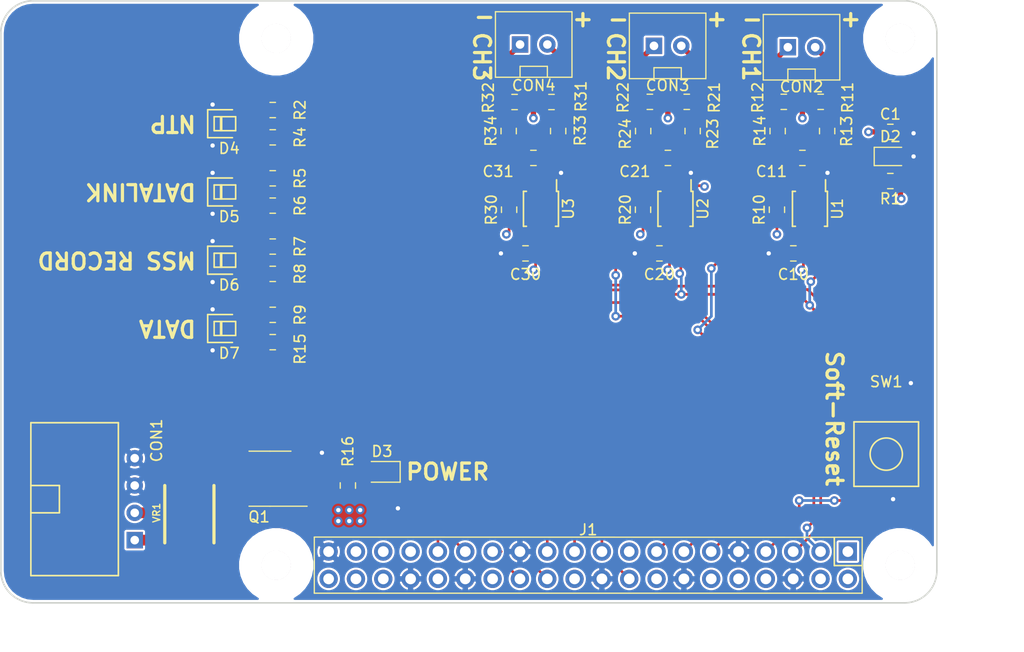
<source format=kicad_pcb>
(kicad_pcb (version 20171130) (host pcbnew 5.1.6-c6e7f7d~87~ubuntu18.04.1)
  (title_block (title "MacroSeismic Sensor") (date 2020-09-17) (rev 2.0) (company "Mertl Research GmbH") (comment 1 "Stefan Mertl") (comment 2 "Contributing authors: Daniel Frank (Version 1.1)"))
  (layers (0 F.Cu signal) (1 In1.Cu signal) (2 In2.Cu signal) (31 B.Cu signal) (35 F.Paste user) (36 B.SilkS user) (37 F.SilkS user) (38 B.Mask user) (39 F.Mask user) (44 Edge.Cuts user))
  (net 0 "")
  (net 1 "Net-(J1-Pad40)")
  (net 2 GND)
  (net 3 "Net-(J1-Pad38)")
  (net 4 "Net-(J1-Pad37)")
  (net 5 "Net-(J1-Pad36)")
  (net 6 "Net-(J1-Pad35)")
  (net 7 "Net-(J1-Pad33)")
  (net 8 "Net-(J1-Pad32)")
  (net 9 "Net-(J1-Pad28)")
  (net 10 "Net-(J1-Pad27)")
  (net 11 "Net-(J1-Pad22)")
  (net 12 "Net-(J1-Pad16)")
  (net 13 "Net-(J1-Pad12)")
  (net 14 "Net-(J1-Pad10)")
  (net 15 "Net-(J1-Pad8)")
  (net 16 "Net-(J1-Pad7)")
  (net 17 SCL)
  (net 18 +5V)
  (net 19 SDA)
  (net 20 +3V3)
  (net 21 RDY_3)
  (net 22 RDY_2)
  (net 23 RDY_1)
  (net 24 VAA)
  (net 25 "Net-(C31-Pad2)")
  (net 26 "Net-(C31-Pad1)")
  (net 27 "Net-(C11-Pad1)")
  (net 28 "Net-(C21-Pad1)")
  (net 29 "Net-(C21-Pad2)")
  (net 30 "Net-(C11-Pad2)")
  (net 31 "Net-(Q1-Pad5)")
  (net 32 "Net-(CON1-Pad1)")
  (net 33 /CH1+)
  (net 34 /CH2+)
  (net 35 /CH3+)
  (net 36 /CH1-)
  (net 37 /CH2-)
  (net 38 /CH3-)
  (net 39 /LED4_G)
  (net 40 /LED4_R)
  (net 41 /LED3_G)
  (net 42 /LED3_R)
  (net 43 /LED2_G)
  (net 44 /LED2_R)
  (net 45 /LED1_G)
  (net 46 /LED1_R)
  (net 47 "Net-(D3-Pad2)")
  (net 48 "Net-(J1-Pad17)")
  (net 49 "Net-(D4-Pad4)")
  (net 50 "Net-(D4-Pad3)")
  (net 51 "Net-(D5-Pad4)")
  (net 52 "Net-(D5-Pad3)")
  (net 53 "Net-(D6-Pad4)")
  (net 54 "Net-(D6-Pad3)")
  (net 55 "Net-(D7-Pad4)")
  (net 56 "Net-(D7-Pad3)")
  (module footprints:PF1812L (layer F.Cu) (at 95.428 107.625 90)
    (fp_text reference VR1 (at 0 -3.048 90) (layer F.SilkS) (effects (font (size 0.65 0.65) (thickness 0.125))))
    (fp_text value 1812L110/33MR hide)
    (pad 2 smd roundrect (at 2.415 0 90) (size 1.78 3.15) (layers F.Cu F.Paste F.Mask) (net 31 "Net-(Q1-Pad5)"))
    (pad 1 smd roundrect (at -2.415 0 90) (size 1.78 3.15) (layers F.Cu F.Paste F.Mask) (net 32 "Net-(CON1-Pad1)"))
  )
  (module footprints:Push_Button_6x6 (layer F.Cu) (at 160.198 102.164 270)
    (fp_text reference SW1 (at -6.731 0) (layer F.SilkS))
    (fp_text value 430152043836)
    (pad 1 smd roundrect (at -4.2 -2.25) (size 1.4 2) (layers F.Cu F.Paste F.Mask) (net 2 GND))
    (pad 1 smd roundrect (at 4.2 -2.25) (size 1.4 2) (layers F.Cu F.Paste F.Mask) (net 2 GND))
    (pad 2 smd roundrect (at -4.2 2.25) (size 1.4 2) (layers F.Cu F.Paste F.Mask) (net 16 "Net-(J1-Pad7)"))
    (pad 2 smd roundrect (at 4.2 2.25) (size 1.4 2) (layers F.Cu F.Paste F.Mask) (net 16 "Net-(J1-Pad7)"))
  )
  (module footprints:WL-SBCD-0805 (layer F.Cu) (at 98.73 84.13)
    (fp_text reference D6 (at 0.4 2.3) (layer F.SilkS))
    (fp_text value 150080RV54050)
    (pad 4 smd roundrect (at 1 -0.7) (size 1 1) (layers F.Cu F.Paste F.Mask) (net 53 "Net-(D6-Pad4)"))
    (pad 3 smd roundrect (at 1 0.7) (size 1 1) (layers F.Cu F.Paste F.Mask) (net 54 "Net-(D6-Pad3)"))
    (pad 2 smd roundrect (at -1 0.7) (size 1 1) (layers F.Cu F.Paste F.Mask) (net 2 GND))
    (pad 1 smd roundrect (at -1 -0.7) (size 1 1) (layers F.Cu F.Paste F.Mask) (net 2 GND))
  )
  (module footprints:WL-SBCD-0805 (layer F.Cu) (at 98.73 71.43)
    (fp_text reference D4 (at 0.4 2.3) (layer F.SilkS))
    (fp_text value 150080RV54050)
    (pad 4 smd roundrect (at 1 -0.7) (size 1 1) (layers F.Cu F.Paste F.Mask) (net 49 "Net-(D4-Pad4)"))
    (pad 3 smd roundrect (at 1 0.7) (size 1 1) (layers F.Cu F.Paste F.Mask) (net 50 "Net-(D4-Pad3)"))
    (pad 2 smd roundrect (at -1 0.7) (size 1 1) (layers F.Cu F.Paste F.Mask) (net 2 GND))
    (pad 1 smd roundrect (at -1 -0.7) (size 1 1) (layers F.Cu F.Paste F.Mask) (net 2 GND))
  )
  (module footprints:WL-SBCD-0805 (layer F.Cu) (at 98.73 77.78)
    (fp_text reference D5 (at 0.4 2.3) (layer F.SilkS))
    (fp_text value 150080RV54050)
    (pad 4 smd roundrect (at 1 -0.7) (size 1 1) (layers F.Cu F.Paste F.Mask) (net 51 "Net-(D5-Pad4)"))
    (pad 3 smd roundrect (at 1 0.7) (size 1 1) (layers F.Cu F.Paste F.Mask) (net 52 "Net-(D5-Pad3)"))
    (pad 2 smd roundrect (at -1 0.7) (size 1 1) (layers F.Cu F.Paste F.Mask) (net 2 GND))
    (pad 1 smd roundrect (at -1 -0.7) (size 1 1) (layers F.Cu F.Paste F.Mask) (net 2 GND))
  )
  (module footprints:WL-SBCD-0805 (layer F.Cu) (at 98.73 90.48)
    (fp_text reference D7 (at 0.4 2.3) (layer F.SilkS))
    (fp_text value 150080RV54050)
    (pad 4 smd roundrect (at 1 -0.7) (size 1 1) (layers F.Cu F.Paste F.Mask) (net 55 "Net-(D7-Pad4)"))
    (pad 3 smd roundrect (at 1 0.7) (size 1 1) (layers F.Cu F.Paste F.Mask) (net 56 "Net-(D7-Pad3)"))
    (pad 2 smd roundrect (at -1 0.7) (size 1 1) (layers F.Cu F.Paste F.Mask) (net 2 GND))
    (pad 1 smd roundrect (at -1 -0.7) (size 1 1) (layers F.Cu F.Paste F.Mask) (net 2 GND))
  )
  (module footprints:IPL1-104-01-L-S-RE1 (layer F.Cu) (at 90.348 106.355 90)
    (fp_text reference CON1 (at 5.461 2.032 90) (layer F.SilkS))
    (fp_text value IPL1-104-01-L-S-RE1)
    (pad 4 thru_hole circle (at 3.81 0 90) (size 1.524 1.524) (drill 0.8) (layers *.Cu *.Mask) (net 2 GND))
    (pad 3 thru_hole circle (at 1.27 0 90) (size 1.524 1.524) (drill 0.8) (layers *.Cu *.Mask) (net 2 GND))
    (pad 2 thru_hole circle (at -1.27 0 90) (size 1.524 1.524) (drill 0.8) (layers *.Cu *.Mask) (net 32 "Net-(CON1-Pad1)"))
    (pad 1 thru_hole rect (at -3.81 0 90) (size 1.524 1.524) (drill 0.8) (layers *.Cu *.Mask) (net 32 "Net-(CON1-Pad1)"))
  )
  (module footprints:IPL1-102-01-L-S (layer F.Cu) (at 152.324 64.318)
    (fp_text reference CON2 (at 0 3.683 180) (layer F.SilkS))
    (fp_text value IPL1-102-01-L-S)
    (pad 2 thru_hole circle (at 1.27 0) (size 1.524 1.524) (drill 0.8) (layers *.Cu *.Mask) (net 33 /CH1+))
    (pad 1 thru_hole rect (at -1.27 0) (size 1.524 1.524) (drill 0.8) (layers *.Cu *.Mask) (net 36 /CH1-))
  )
  (module footprints:IPL1-102-01-L-S (layer F.Cu) (at 139.878 64.191)
    (fp_text reference CON3 (at 0 3.683 180) (layer F.SilkS))
    (fp_text value IPL1-102-01-L-S)
    (pad 2 thru_hole circle (at 1.27 0) (size 1.524 1.524) (drill 0.8) (layers *.Cu *.Mask) (net 34 /CH2+))
    (pad 1 thru_hole rect (at -1.27 0) (size 1.524 1.524) (drill 0.8) (layers *.Cu *.Mask) (net 37 /CH2-))
  )
  (module footprints:IPL1-102-01-L-S (layer F.Cu) (at 127.432 64.064)
    (fp_text reference CON4 (at 0 3.81 180) (layer F.SilkS))
    (fp_text value IPL1-102-01-L-S)
    (pad 2 thru_hole circle (at 1.27 0) (size 1.524 1.524) (drill 0.8) (layers *.Cu *.Mask) (net 35 /CH3+))
    (pad 1 thru_hole rect (at -1.27 0) (size 1.524 1.524) (drill 0.8) (layers *.Cu *.Mask) (net 38 /CH3-))
  )
  (module footprints:MountingHole_2.75mm_M2.5 (layer F.Cu) (at 161.5 112.5)
    (fp_text reference MH4 hide)
    (fp_text value MountingHole_2.75mm_M2.5 hide)
    (pad "" smd circle (at 0 0) (size 2.7 2.7) (layers B.Cu B.Mask) (clearance 2.1))
    (pad "" smd circle (at 0 0) (size 2.7 2.7) (layers F.Cu F.Mask) (clearance 2.1))
    (pad "" np_thru_hole circle (at 0 0) (size 2.75 2.75) (drill 2.75) (layers *.Cu *.Mask) (clearance 0.1))
  )
  (module footprints:MountingHole_2.75mm_M2.5 (layer F.Cu) (at 103.5 112.5)
    (fp_text reference MH3 hide)
    (fp_text value MountingHole_2.75mm_M2.5 hide)
    (pad "" smd circle (at 0 0) (size 2.7 2.7) (layers B.Cu B.Mask) (clearance 2.1))
    (pad "" smd circle (at 0 0) (size 2.7 2.7) (layers F.Cu F.Mask) (clearance 2.1))
    (pad "" np_thru_hole circle (at 0 0) (size 2.75 2.75) (drill 2.75) (layers *.Cu *.Mask) (clearance 0.1))
  )
  (module footprints:MountingHole_2.75mm_M2.5 (layer F.Cu) (at 161.5 63.5)
    (fp_text reference MH2 hide)
    (fp_text value MountingHole_2.75mm_M2.5 hide)
    (pad "" smd circle (at 0 0) (size 2.7 2.7) (layers B.Cu B.Mask) (clearance 2.1))
    (pad "" smd circle (at 0 0) (size 2.7 2.7) (layers F.Cu F.Mask) (clearance 2.1))
    (pad "" np_thru_hole circle (at 0 0) (size 2.75 2.75) (drill 2.75) (layers *.Cu *.Mask) (clearance 0.1))
  )
  (module footprints:MountingHole_2.75mm_M2.5 (layer F.Cu) (at 103.5 63.5)
    (fp_text reference MH1 hide)
    (fp_text value MountingHole_2.75mm_M2.5 hide)
    (pad "" smd circle (at 0 0) (size 2.7 2.7) (layers B.Cu B.Mask) (clearance 2.1))
    (pad "" smd circle (at 0 0) (size 2.7 2.7) (layers F.Cu F.Mask) (clearance 2.1))
    (pad "" np_thru_hole circle (at 0 0) (size 2.75 2.75) (drill 2.75) (layers *.Cu *.Mask) (clearance 0.1))
  )
  (module Capacitor_SMD:C_0805_2012Metric (layer F.Cu) (at 160.579 72.192)
    (fp_text reference C1 (at 0 -1.65) (layer F.SilkS))
    (fp_text value 1uF)
    (pad 2 smd roundrect (at 0.9375 0) (size 0.975 1.4) (layers F.Cu F.Paste F.Mask) (net 2 GND))
    (pad 1 smd roundrect (at -0.9375 0) (size 0.975 1.4) (layers F.Cu F.Paste F.Mask) (net 24 VAA))
  )
  (module Capacitor_SMD:C_0805_2012Metric (layer F.Cu) (at 151.562 83.495)
    (fp_text reference C10 (at 0 1.951) (layer F.SilkS))
    (fp_text value 1uF)
    (pad 2 smd roundrect (at 0.9375 0) (size 0.975 1.4) (layers F.Cu F.Paste F.Mask) (net 20 +3V3))
    (pad 1 smd roundrect (at -0.9375 0) (size 0.975 1.4) (layers F.Cu F.Paste F.Mask) (net 2 GND))
  )
  (module Capacitor_SMD:C_0805_2012Metric (layer F.Cu) (at 152.405 74.614 180)
    (fp_text reference C11 (at 2.875 -1.261) (layer F.SilkS))
    (fp_text value 1uF)
    (pad 2 smd roundrect (at 0.9375 0 180) (size 0.975 1.4) (layers F.Cu F.Paste F.Mask) (net 30 "Net-(C11-Pad2)"))
    (pad 1 smd roundrect (at -0.9375 0 180) (size 0.975 1.4) (layers F.Cu F.Paste F.Mask) (net 27 "Net-(C11-Pad1)"))
  )
  (module Capacitor_SMD:C_0805_2012Metric (layer F.Cu) (at 139.116 83.495)
    (fp_text reference C20 (at 0 1.951) (layer F.SilkS))
    (fp_text value 1uF)
    (pad 2 smd roundrect (at 0.9375 0) (size 0.975 1.4) (layers F.Cu F.Paste F.Mask) (net 20 +3V3))
    (pad 1 smd roundrect (at -0.9375 0) (size 0.975 1.4) (layers F.Cu F.Paste F.Mask) (net 2 GND))
  )
  (module Capacitor_SMD:C_0805_2012Metric (layer F.Cu) (at 139.905 74.614 180)
    (fp_text reference C21 (at 3.075 -1.261) (layer F.SilkS))
    (fp_text value 1uF)
    (pad 2 smd roundrect (at 0.9375 0 180) (size 0.975 1.4) (layers F.Cu F.Paste F.Mask) (net 29 "Net-(C21-Pad2)"))
    (pad 1 smd roundrect (at -0.9375 0 180) (size 0.975 1.4) (layers F.Cu F.Paste F.Mask) (net 28 "Net-(C21-Pad1)"))
  )
  (module Capacitor_SMD:C_0805_2012Metric (layer F.Cu) (at 126.67 83.495)
    (fp_text reference C30 (at 0 1.951) (layer F.SilkS))
    (fp_text value 1uF)
    (pad 2 smd roundrect (at 0.9375 0) (size 0.975 1.4) (layers F.Cu F.Paste F.Mask) (net 20 +3V3))
    (pad 1 smd roundrect (at -0.9375 0) (size 0.975 1.4) (layers F.Cu F.Paste F.Mask) (net 2 GND))
  )
  (module Capacitor_SMD:C_0805_2012Metric (layer F.Cu) (at 127.405 74.614 180)
    (fp_text reference C31 (at 3.275 -1.261) (layer F.SilkS))
    (fp_text value 1uF)
    (pad 2 smd roundrect (at 0.9375 0 180) (size 0.975 1.4) (layers F.Cu F.Paste F.Mask) (net 25 "Net-(C31-Pad2)"))
    (pad 1 smd roundrect (at -0.9375 0 180) (size 0.975 1.4) (layers F.Cu F.Paste F.Mask) (net 26 "Net-(C31-Pad1)"))
  )
  (module Resistor_SMD:R_0805_2012Metric (layer F.Cu) (at 160.579 76.764 180)
    (fp_text reference R1 (at 0 -1.65) (layer F.SilkS))
    (fp_text value 1k8)
    (pad 2 smd roundrect (at 0.9375 0 180) (size 0.975 1.4) (layers F.Cu F.Paste F.Mask) (net 24 VAA))
    (pad 1 smd roundrect (at -0.9375 0 180) (size 0.975 1.4) (layers F.Cu F.Paste F.Mask) (net 20 +3V3))
  )
  (module Resistor_SMD:R_0805_2012Metric (layer F.Cu) (at 150.038 79.431 90)
    (fp_text reference R10 (at 0 -1.65 90) (layer F.SilkS))
    (fp_text value 1k8)
    (pad 2 smd roundrect (at 0.9375 0 90) (size 0.975 1.4) (layers F.Cu F.Paste F.Mask) (net 23 RDY_1))
    (pad 1 smd roundrect (at -0.9375 0 90) (size 0.975 1.4) (layers F.Cu F.Paste F.Mask) (net 20 +3V3))
  )
  (module Resistor_SMD:R_0805_2012Metric (layer F.Cu) (at 154.102 69.398)
    (fp_text reference R11 (at 2.51 -0.397 90) (layer F.SilkS))
    (fp_text value 100k)
    (pad 2 smd roundrect (at 0.9375 0) (size 0.975 1.4) (layers F.Cu F.Paste F.Mask) (net 33 /CH1+))
    (pad 1 smd roundrect (at -0.9375 0) (size 0.975 1.4) (layers F.Cu F.Paste F.Mask) (net 24 VAA))
  )
  (module Resistor_SMD:R_0805_2012Metric (layer F.Cu) (at 150.673 69.398 180)
    (fp_text reference R12 (at 2.418 0.397 90) (layer F.SilkS))
    (fp_text value 100k)
    (pad 2 smd roundrect (at 0.9375 0 180) (size 0.975 1.4) (layers F.Cu F.Paste F.Mask) (net 36 /CH1-))
    (pad 1 smd roundrect (at -0.9375 0 180) (size 0.975 1.4) (layers F.Cu F.Paste F.Mask) (net 24 VAA))
  )
  (module Resistor_SMD:R_0805_2012Metric (layer F.Cu) (at 154.705 72.114 90)
    (fp_text reference R13 (at -0.0145 1.81 90) (layer F.SilkS))
    (fp_text value 6k2)
    (pad 2 smd roundrect (at 0.9375 0 90) (size 0.975 1.4) (layers F.Cu F.Paste F.Mask) (net 33 /CH1+))
    (pad 1 smd roundrect (at -0.9375 0 90) (size 0.975 1.4) (layers F.Cu F.Paste F.Mask) (net 27 "Net-(C11-Pad1)"))
  )
  (module Resistor_SMD:R_0805_2012Metric (layer F.Cu) (at 150.105 72.114 90)
    (fp_text reference R14 (at 0 -1.65 90) (layer F.SilkS))
    (fp_text value 6k2)
    (pad 2 smd roundrect (at 0.9375 0 90) (size 0.975 1.4) (layers F.Cu F.Paste F.Mask) (net 36 /CH1-))
    (pad 1 smd roundrect (at -0.9375 0 90) (size 0.975 1.4) (layers F.Cu F.Paste F.Mask) (net 30 "Net-(C11-Pad2)"))
  )
  (module Resistor_SMD:R_0805_2012Metric (layer F.Cu) (at 137.592 79.431 90)
    (fp_text reference R20 (at 0 -1.65 90) (layer F.SilkS))
    (fp_text value 1k8)
    (pad 2 smd roundrect (at 0.9375 0 90) (size 0.975 1.4) (layers F.Cu F.Paste F.Mask) (net 22 RDY_2))
    (pad 1 smd roundrect (at -0.9375 0 90) (size 0.975 1.4) (layers F.Cu F.Paste F.Mask) (net 20 +3V3))
  )
  (module Resistor_SMD:R_0805_2012Metric (layer F.Cu) (at 141.656 69.398)
    (fp_text reference R21 (at 2.564 -0.397 90) (layer F.SilkS))
    (fp_text value 100k)
    (pad 2 smd roundrect (at 0.9375 0) (size 0.975 1.4) (layers F.Cu F.Paste F.Mask) (net 34 /CH2+))
    (pad 1 smd roundrect (at -0.9375 0) (size 0.975 1.4) (layers F.Cu F.Paste F.Mask) (net 24 VAA))
  )
  (module Resistor_SMD:R_0805_2012Metric (layer F.Cu) (at 138.227 69.398 180)
    (fp_text reference R22 (at 2.491 0.397 90) (layer F.SilkS))
    (fp_text value 100k)
    (pad 2 smd roundrect (at 0.9375 0 180) (size 0.975 1.4) (layers F.Cu F.Paste F.Mask) (net 37 /CH2-))
    (pad 1 smd roundrect (at -0.9375 0 180) (size 0.975 1.4) (layers F.Cu F.Paste F.Mask) (net 24 VAA))
  )
  (module Resistor_SMD:R_0805_2012Metric (layer F.Cu) (at 142.205 72.114 90)
    (fp_text reference R23 (at -0.2685 1.864 90) (layer F.SilkS))
    (fp_text value 6k2)
    (pad 2 smd roundrect (at 0.9375 0 90) (size 0.975 1.4) (layers F.Cu F.Paste F.Mask) (net 34 /CH2+))
    (pad 1 smd roundrect (at -0.9375 0 90) (size 0.975 1.4) (layers F.Cu F.Paste F.Mask) (net 28 "Net-(C21-Pad1)"))
  )
  (module Resistor_SMD:R_0805_2012Metric (layer F.Cu) (at 137.605 72.114 90)
    (fp_text reference R24 (at -0.2685 -1.664 90) (layer F.SilkS))
    (fp_text value 6k2)
    (pad 2 smd roundrect (at 0.9375 0 90) (size 0.975 1.4) (layers F.Cu F.Paste F.Mask) (net 37 /CH2-))
    (pad 1 smd roundrect (at -0.9375 0 90) (size 0.975 1.4) (layers F.Cu F.Paste F.Mask) (net 29 "Net-(C21-Pad2)"))
  )
  (module Resistor_SMD:R_0805_2012Metric (layer F.Cu) (at 125.146 79.431 90)
    (fp_text reference R30 (at 0 -1.65 90) (layer F.SilkS))
    (fp_text value 1k8)
    (pad 2 smd roundrect (at 0.9375 0 90) (size 0.975 1.4) (layers F.Cu F.Paste F.Mask) (net 21 RDY_3))
    (pad 1 smd roundrect (at -0.9375 0 90) (size 0.975 1.4) (layers F.Cu F.Paste F.Mask) (net 20 +3V3))
  )
  (module Resistor_SMD:R_0805_2012Metric (layer F.Cu) (at 129.083 69.414)
    (fp_text reference R31 (at 2.745 -0.524 90) (layer F.SilkS))
    (fp_text value 100k)
    (pad 2 smd roundrect (at 0.9375 0) (size 0.975 1.4) (layers F.Cu F.Paste F.Mask) (net 35 /CH3+))
    (pad 1 smd roundrect (at -0.9375 0) (size 0.975 1.4) (layers F.Cu F.Paste F.Mask) (net 24 VAA))
  )
  (module Resistor_SMD:R_0805_2012Metric (layer F.Cu) (at 125.654 69.414 180)
    (fp_text reference R32 (at 2.437 0.397 90) (layer F.SilkS))
    (fp_text value 100k)
    (pad 2 smd roundrect (at 0.9375 0 180) (size 0.975 1.4) (layers F.Cu F.Paste F.Mask) (net 38 /CH3-))
    (pad 1 smd roundrect (at -0.9375 0 180) (size 0.975 1.4) (layers F.Cu F.Paste F.Mask) (net 24 VAA))
  )
  (module Resistor_SMD:R_0805_2012Metric (layer F.Cu) (at 129.705 72.114 90)
    (fp_text reference R33 (at 0.049 2.045 90) (layer F.SilkS))
    (fp_text value 6k2)
    (pad 2 smd roundrect (at 0.9375 0 90) (size 0.975 1.4) (layers F.Cu F.Paste F.Mask) (net 35 /CH3+))
    (pad 1 smd roundrect (at -0.9375 0 90) (size 0.975 1.4) (layers F.Cu F.Paste F.Mask) (net 26 "Net-(C31-Pad1)"))
  )
  (module Resistor_SMD:R_0805_2012Metric (layer F.Cu) (at 125.105 72.114 90)
    (fp_text reference R34 (at 0 -1.65 90) (layer F.SilkS))
    (fp_text value 6k2)
    (pad 2 smd roundrect (at 0.9375 0 90) (size 0.975 1.4) (layers F.Cu F.Paste F.Mask) (net 38 /CH3-))
    (pad 1 smd roundrect (at -0.9375 0 90) (size 0.975 1.4) (layers F.Cu F.Paste F.Mask) (net 25 "Net-(C31-Pad2)"))
  )
  (module Resistor_SMD:R_0805_2012Metric (layer F.Cu) (at 103.175 82.86 180)
    (fp_text reference R7 (at -2.54 0 90) (layer F.SilkS))
    (fp_text value 680)
    (pad 2 smd roundrect (at 0.9375 0 180) (size 0.975 1.4) (layers F.Cu F.Paste F.Mask) (net 53 "Net-(D6-Pad4)"))
    (pad 1 smd roundrect (at -0.9375 0 180) (size 0.975 1.4) (layers F.Cu F.Paste F.Mask) (net 42 /LED3_R))
  )
  (module Resistor_SMD:R_0805_2012Metric (layer F.Cu) (at 103.175 85.4 180)
    (fp_text reference R8 (at -2.54 0 90) (layer F.SilkS))
    (fp_text value 680)
    (pad 2 smd roundrect (at 0.9375 0 180) (size 0.975 1.4) (layers F.Cu F.Paste F.Mask) (net 54 "Net-(D6-Pad3)"))
    (pad 1 smd roundrect (at -0.9375 0 180) (size 0.975 1.4) (layers F.Cu F.Paste F.Mask) (net 41 /LED3_G))
  )
  (module Resistor_SMD:R_0805_2012Metric (layer F.Cu) (at 103.175 70.16 180)
    (fp_text reference R2 (at -2.54 0 270) (layer F.SilkS))
    (fp_text value 680)
    (pad 2 smd roundrect (at 0.9375 0 180) (size 0.975 1.4) (layers F.Cu F.Paste F.Mask) (net 49 "Net-(D4-Pad4)"))
    (pad 1 smd roundrect (at -0.9375 0 180) (size 0.975 1.4) (layers F.Cu F.Paste F.Mask) (net 46 /LED1_R))
  )
  (module Resistor_SMD:R_0805_2012Metric (layer F.Cu) (at 103.175 72.7 180)
    (fp_text reference R4 (at -2.54 0 90) (layer F.SilkS))
    (fp_text value 680)
    (pad 2 smd roundrect (at 0.9375 0 180) (size 0.975 1.4) (layers F.Cu F.Paste F.Mask) (net 50 "Net-(D4-Pad3)"))
    (pad 1 smd roundrect (at -0.9375 0 180) (size 0.975 1.4) (layers F.Cu F.Paste F.Mask) (net 45 /LED1_G))
  )
  (module Resistor_SMD:R_0805_2012Metric (layer F.Cu) (at 103.175 76.51 180)
    (fp_text reference R5 (at -2.54 0 90) (layer F.SilkS))
    (fp_text value 680)
    (pad 2 smd roundrect (at 0.9375 0 180) (size 0.975 1.4) (layers F.Cu F.Paste F.Mask) (net 51 "Net-(D5-Pad4)"))
    (pad 1 smd roundrect (at -0.9375 0 180) (size 0.975 1.4) (layers F.Cu F.Paste F.Mask) (net 44 /LED2_R))
  )
  (module Resistor_SMD:R_0805_2012Metric (layer F.Cu) (at 103.175 79.05 180)
    (fp_text reference R6 (at -2.54 0 90) (layer F.SilkS))
    (fp_text value 680)
    (pad 2 smd roundrect (at 0.9375 0 180) (size 0.975 1.4) (layers F.Cu F.Paste F.Mask) (net 52 "Net-(D5-Pad3)"))
    (pad 1 smd roundrect (at -0.9375 0 180) (size 0.975 1.4) (layers F.Cu F.Paste F.Mask) (net 43 /LED2_G))
  )
  (module Resistor_SMD:R_0805_2012Metric (layer F.Cu) (at 103.175 89.21 180)
    (fp_text reference R9 (at -2.54 0 90) (layer F.SilkS))
    (fp_text value 680)
    (pad 2 smd roundrect (at 0.9375 0 180) (size 0.975 1.4) (layers F.Cu F.Paste F.Mask) (net 55 "Net-(D7-Pad4)"))
    (pad 1 smd roundrect (at -0.9375 0 180) (size 0.975 1.4) (layers F.Cu F.Paste F.Mask) (net 40 /LED4_R))
  )
  (module Resistor_SMD:R_0805_2012Metric (layer F.Cu) (at 103.175 91.75 180)
    (fp_text reference R15 (at -2.54 -0.635 90) (layer F.SilkS))
    (fp_text value 680)
    (pad 2 smd roundrect (at 0.9375 0 180) (size 0.975 1.4) (layers F.Cu F.Paste F.Mask) (net 56 "Net-(D7-Pad3)"))
    (pad 1 smd roundrect (at -0.9375 0 180) (size 0.975 1.4) (layers F.Cu F.Paste F.Mask) (net 39 /LED4_G))
  )
  (module LED_SMD:LED_0805_2012Metric (layer F.Cu) (at 113.335 103.815 180)
    (fp_text reference D3 (at 0 1.905) (layer F.SilkS))
    (fp_text value 150080VS75000)
    (pad 2 smd roundrect (at 0.9375 0 180) (size 0.975 1.4) (layers F.Cu F.Paste F.Mask) (net 47 "Net-(D3-Pad2)"))
    (pad 1 smd roundrect (at -0.9375 0 180) (size 0.975 1.4) (layers F.Cu F.Paste F.Mask) (net 2 GND))
  )
  (module Resistor_SMD:R_0805_2012Metric (layer F.Cu) (at 110.16 105.085 270)
    (fp_text reference R16 (at -3.175 0 90) (layer F.SilkS))
    (fp_text value 1k5)
    (pad 2 smd roundrect (at 0.9375 0 270) (size 0.975 1.4) (layers F.Cu F.Paste F.Mask) (net 18 +5V))
    (pad 1 smd roundrect (at -0.9375 0 270) (size 0.975 1.4) (layers F.Cu F.Paste F.Mask) (net 47 "Net-(D3-Pad2)"))
  )
  (module footprints:RPi_Socket_Strip_Straight_2x20_Pitch2.54mm (layer F.Cu) (at 108.37 111.23 90)
    (fp_text reference J1 (at 2.03 24.13) (layer F.SilkS))
    (fp_text value RPi)
    (pad 39 thru_hole circle (at 0 0 90) (size 1.7 1.7) (drill 1) (layers *.Cu *.Mask) (net 2 GND))
    (pad 40 thru_hole oval (at -2.54 0 90) (size 1.7 1.7) (drill 1) (layers *.Cu *.Mask) (net 1 "Net-(J1-Pad40)"))
    (pad 37 thru_hole oval (at 0 2.54 90) (size 1.7 1.7) (drill 1) (layers *.Cu *.Mask) (net 4 "Net-(J1-Pad37)"))
    (pad 38 thru_hole oval (at -2.54 2.54 90) (size 1.7 1.7) (drill 1) (layers *.Cu *.Mask) (net 3 "Net-(J1-Pad38)"))
    (pad 35 thru_hole oval (at 0 5.08 90) (size 1.7 1.7) (drill 1) (layers *.Cu *.Mask) (net 6 "Net-(J1-Pad35)"))
    (pad 36 thru_hole oval (at -2.54 5.08 90) (size 1.7 1.7) (drill 1) (layers *.Cu *.Mask) (net 5 "Net-(J1-Pad36)"))
    (pad 33 thru_hole oval (at 0 7.62 90) (size 1.7 1.7) (drill 1) (layers *.Cu *.Mask) (net 7 "Net-(J1-Pad33)"))
    (pad 34 thru_hole oval (at -2.54 7.62 90) (size 1.7 1.7) (drill 1) (layers *.Cu *.Mask) (net 2 GND))
    (pad 31 thru_hole oval (at 0 10.16 90) (size 1.7 1.7) (drill 1) (layers *.Cu *.Mask) (net 39 /LED4_G))
    (pad 32 thru_hole oval (at -2.54 10.16 90) (size 1.7 1.7) (drill 1) (layers *.Cu *.Mask) (net 8 "Net-(J1-Pad32)"))
    (pad 29 thru_hole oval (at 0 12.7 90) (size 1.7 1.7) (drill 1) (layers *.Cu *.Mask) (net 40 /LED4_R))
    (pad 30 thru_hole oval (at -2.54 12.7 90) (size 1.7 1.7) (drill 1) (layers *.Cu *.Mask) (net 2 GND))
    (pad 27 thru_hole oval (at 0 15.24 90) (size 1.7 1.7) (drill 1) (layers *.Cu *.Mask) (net 10 "Net-(J1-Pad27)"))
    (pad 28 thru_hole oval (at -2.54 15.24 90) (size 1.7 1.7) (drill 1) (layers *.Cu *.Mask) (net 9 "Net-(J1-Pad28)"))
    (pad 25 thru_hole oval (at 0 17.78 90) (size 1.7 1.7) (drill 1) (layers *.Cu *.Mask) (net 2 GND))
    (pad 26 thru_hole oval (at -2.54 17.78 90) (size 1.7 1.7) (drill 1) (layers *.Cu *.Mask) (net 41 /LED3_G))
    (pad 23 thru_hole oval (at 0 20.32 90) (size 1.7 1.7) (drill 1) (layers *.Cu *.Mask) (net 43 /LED2_G))
    (pad 24 thru_hole oval (at -2.54 20.32 90) (size 1.7 1.7) (drill 1) (layers *.Cu *.Mask) (net 42 /LED3_R))
    (pad 21 thru_hole oval (at 0 22.86 90) (size 1.7 1.7) (drill 1) (layers *.Cu *.Mask) (net 44 /LED2_R))
    (pad 22 thru_hole oval (at -2.54 22.86 90) (size 1.7 1.7) (drill 1) (layers *.Cu *.Mask) (net 11 "Net-(J1-Pad22)"))
    (pad 19 thru_hole oval (at 0 25.4 90) (size 1.7 1.7) (drill 1) (layers *.Cu *.Mask) (net 45 /LED1_G))
    (pad 20 thru_hole oval (at -2.54 25.4 90) (size 1.7 1.7) (drill 1) (layers *.Cu *.Mask) (net 2 GND))
    (pad 17 thru_hole oval (at 0 27.94 90) (size 1.7 1.7) (drill 1) (layers *.Cu *.Mask) (net 48 "Net-(J1-Pad17)"))
    (pad 18 thru_hole oval (at -2.54 27.94 90) (size 1.7 1.7) (drill 1) (layers *.Cu *.Mask) (net 46 /LED1_R))
    (pad 15 thru_hole oval (at 0 30.48 90) (size 1.7 1.7) (drill 1) (layers *.Cu *.Mask) (net 23 RDY_1))
    (pad 16 thru_hole oval (at -2.54 30.48 90) (size 1.7 1.7) (drill 1) (layers *.Cu *.Mask) (net 12 "Net-(J1-Pad16)"))
    (pad 13 thru_hole oval (at 0 33.02 90) (size 1.7 1.7) (drill 1) (layers *.Cu *.Mask) (net 22 RDY_2))
    (pad 14 thru_hole oval (at -2.54 33.02 90) (size 1.7 1.7) (drill 1) (layers *.Cu *.Mask) (net 2 GND))
    (pad 11 thru_hole oval (at 0 35.56 90) (size 1.7 1.7) (drill 1) (layers *.Cu *.Mask) (net 21 RDY_3))
    (pad 12 thru_hole oval (at -2.54 35.56 90) (size 1.7 1.7) (drill 1) (layers *.Cu *.Mask) (net 13 "Net-(J1-Pad12)"))
    (pad 9 thru_hole oval (at 0 38.1 90) (size 1.7 1.7) (drill 1) (layers *.Cu *.Mask) (net 2 GND))
    (pad 10 thru_hole oval (at -2.54 38.1 90) (size 1.7 1.7) (drill 1) (layers *.Cu *.Mask) (net 14 "Net-(J1-Pad10)"))
    (pad 7 thru_hole oval (at 0 40.64 90) (size 1.7 1.7) (drill 1) (layers *.Cu *.Mask) (net 16 "Net-(J1-Pad7)"))
    (pad 8 thru_hole oval (at -2.54 40.64 90) (size 1.7 1.7) (drill 1) (layers *.Cu *.Mask) (net 15 "Net-(J1-Pad8)"))
    (pad 5 thru_hole oval (at 0 43.18 90) (size 1.7 1.7) (drill 1) (layers *.Cu *.Mask) (net 17 SCL))
    (pad 6 thru_hole oval (at -2.54 43.18 90) (size 1.7 1.7) (drill 1) (layers *.Cu *.Mask) (net 2 GND))
    (pad 3 thru_hole oval (at 0 45.72 90) (size 1.7 1.7) (drill 1) (layers *.Cu *.Mask) (net 19 SDA))
    (pad 4 thru_hole oval (at -2.54 45.72 90) (size 1.7 1.7) (drill 1) (layers *.Cu *.Mask) (net 18 +5V))
    (pad 1 thru_hole rect (at 0 48.26 90) (size 1.7 1.7) (drill 1) (layers *.Cu *.Mask) (net 20 +3V3))
    (pad 2 thru_hole oval (at -2.54 48.26 90) (size 1.7 1.7) (drill 1) (layers *.Cu *.Mask) (net 18 +5V))
  )
  (module Package_SO:TSSOP-10_3x3mm_P0.5mm (layer F.Cu) (at 153.105 79.349 270)
    (fp_text reference U1 (at 0 -2.55 90) (layer F.SilkS))
    (fp_text value ADS1114)
    (pad 1 smd rect (at -2.15 -1 270) (size 1.1 0.25) (layers F.Cu F.Paste F.Mask) (net 19 SDA))
    (pad 2 smd rect (at -2.15 -0.5 270) (size 1.1 0.25) (layers F.Cu F.Paste F.Mask) (net 23 RDY_1))
    (pad 3 smd rect (at -2.15 0 270) (size 1.1 0.25) (layers F.Cu F.Paste F.Mask) (net 2 GND))
    (pad 4 smd rect (at -2.15 0.5 270) (size 1.1 0.25) (layers F.Cu F.Paste F.Mask) (net 27 "Net-(C11-Pad1)"))
    (pad 5 smd rect (at -2.15 1 270) (size 1.1 0.25) (layers F.Cu F.Paste F.Mask) (net 30 "Net-(C11-Pad2)"))
    (pad 6 smd rect (at 2.15 1 270) (size 1.1 0.25) (layers F.Cu F.Paste F.Mask))
    (pad 7 smd rect (at 2.15 0.5 270) (size 1.1 0.25) (layers F.Cu F.Paste F.Mask))
    (pad 8 smd rect (at 2.15 0 270) (size 1.1 0.25) (layers F.Cu F.Paste F.Mask) (net 20 +3V3))
    (pad 9 smd rect (at 2.15 -0.5 270) (size 1.1 0.25) (layers F.Cu F.Paste F.Mask) (net 19 SDA))
    (pad 10 smd rect (at 2.15 -1 270) (size 1.1 0.25) (layers F.Cu F.Paste F.Mask) (net 17 SCL))
  )
  (module Package_SO:TSSOP-10_3x3mm_P0.5mm (layer F.Cu) (at 140.605 79.349 270)
    (fp_text reference U2 (at 0 -2.55 90) (layer F.SilkS))
    (fp_text value ADS1114)
    (pad 1 smd rect (at -2.15 -1 270) (size 1.1 0.25) (layers F.Cu F.Paste F.Mask) (net 20 +3V3))
    (pad 2 smd rect (at -2.15 -0.5 270) (size 1.1 0.25) (layers F.Cu F.Paste F.Mask) (net 22 RDY_2))
    (pad 3 smd rect (at -2.15 0 270) (size 1.1 0.25) (layers F.Cu F.Paste F.Mask) (net 2 GND))
    (pad 4 smd rect (at -2.15 0.5 270) (size 1.1 0.25) (layers F.Cu F.Paste F.Mask) (net 28 "Net-(C21-Pad1)"))
    (pad 5 smd rect (at -2.15 1 270) (size 1.1 0.25) (layers F.Cu F.Paste F.Mask) (net 29 "Net-(C21-Pad2)"))
    (pad 6 smd rect (at 2.15 1 270) (size 1.1 0.25) (layers F.Cu F.Paste F.Mask))
    (pad 7 smd rect (at 2.15 0.5 270) (size 1.1 0.25) (layers F.Cu F.Paste F.Mask))
    (pad 8 smd rect (at 2.15 0 270) (size 1.1 0.25) (layers F.Cu F.Paste F.Mask) (net 20 +3V3))
    (pad 9 smd rect (at 2.15 -0.5 270) (size 1.1 0.25) (layers F.Cu F.Paste F.Mask) (net 19 SDA))
    (pad 10 smd rect (at 2.15 -1 270) (size 1.1 0.25) (layers F.Cu F.Paste F.Mask) (net 17 SCL))
  )
  (module Package_SO:TSSOP-10_3x3mm_P0.5mm (layer F.Cu) (at 128.105 79.349 270)
    (fp_text reference U3 (at 0 -2.55 90) (layer F.SilkS))
    (fp_text value ADS1114)
    (pad 10 smd rect (at 2.15 -1 270) (size 1.1 0.25) (layers F.Cu F.Paste F.Mask) (net 17 SCL))
    (pad 9 smd rect (at 2.15 -0.5 270) (size 1.1 0.25) (layers F.Cu F.Paste F.Mask) (net 19 SDA))
    (pad 8 smd rect (at 2.15 0 270) (size 1.1 0.25) (layers F.Cu F.Paste F.Mask) (net 20 +3V3))
    (pad 7 smd rect (at 2.15 0.5 270) (size 1.1 0.25) (layers F.Cu F.Paste F.Mask))
    (pad 6 smd rect (at 2.15 1 270) (size 1.1 0.25) (layers F.Cu F.Paste F.Mask))
    (pad 5 smd rect (at -2.15 1 270) (size 1.1 0.25) (layers F.Cu F.Paste F.Mask) (net 25 "Net-(C31-Pad2)"))
    (pad 4 smd rect (at -2.15 0.5 270) (size 1.1 0.25) (layers F.Cu F.Paste F.Mask) (net 26 "Net-(C31-Pad1)"))
    (pad 3 smd rect (at -2.15 0 270) (size 1.1 0.25) (layers F.Cu F.Paste F.Mask) (net 2 GND))
    (pad 2 smd rect (at -2.15 -0.5 270) (size 1.1 0.25) (layers F.Cu F.Paste F.Mask) (net 21 RDY_3))
    (pad 1 smd rect (at -2.15 -1 270) (size 1.1 0.25) (layers F.Cu F.Paste F.Mask) (net 2 GND))
  )
  (module footprints:ON_751EB_SOIC-8 (layer F.Cu) (at 102.921 104.45 180)
    (fp_text reference Q1 (at 1.016 -3.556) (layer F.SilkS))
    (fp_text value FDS6576)
    (pad 1 smd roundrect (at -2.8 -1.905 180) (size 1.75 0.65) (layers F.Cu F.Paste F.Mask) (net 18 +5V))
    (pad 2 smd roundrect (at -2.8 -0.635 180) (size 1.75 0.65) (layers F.Cu F.Paste F.Mask) (net 18 +5V))
    (pad 3 smd roundrect (at -2.8 0.635 180) (size 1.75 0.65) (layers F.Cu F.Paste F.Mask) (net 18 +5V))
    (pad 4 smd roundrect (at -2.8 1.905 180) (size 1.75 0.65) (layers F.Cu F.Paste F.Mask) (net 2 GND))
    (pad 5 smd roundrect (at 2.8 1.905 180) (size 1.75 0.65) (layers F.Cu F.Paste F.Mask) (net 31 "Net-(Q1-Pad5)"))
    (pad 6 smd roundrect (at 2.8 0.635 180) (size 1.75 0.65) (layers F.Cu F.Paste F.Mask) (net 31 "Net-(Q1-Pad5)"))
    (pad 7 smd roundrect (at 2.8 -0.635 180) (size 1.75 0.65) (layers F.Cu F.Paste F.Mask) (net 31 "Net-(Q1-Pad5)"))
    (pad 8 smd roundrect (at 2.8 -1.905 180) (size 1.75 0.65) (layers F.Cu F.Paste F.Mask) (net 31 "Net-(Q1-Pad5)"))
  )
  (module Diode_SMD:D_SOD-323 (layer F.Cu) (at 160.579 74.478)
    (fp_text reference D2 (at 0 -1.85) (layer F.SilkS))
    (fp_text value " BZT52C2V0S-7-F ")
    (pad 1 smd rect (at -1.05 0) (size 0.6 0.45) (layers F.Cu F.Paste F.Mask) (net 24 VAA))
    (pad 2 smd rect (at 1.05 0) (size 0.6 0.45) (layers F.Cu F.Paste F.Mask) (net 2 GND))
  )
  (gr_text POWER (at 119.431 103.815) (layer F.SilkS) (effects (font (size 1.5 1.5) (thickness 0.3))))
  (gr_text DATA (at 96.19 90.48 180) (layer F.SilkS) (effects (font (size 1.5 1.5) (thickness 0.3)) (justify left)))
  (gr_text "MSS RECORD" (at 96.19 84.13 180) (layer F.SilkS) (effects (font (size 1.5 1.5) (thickness 0.3)) (justify left)))
  (gr_text DATALINK (at 96.19 77.78 180) (layer F.SilkS) (effects (font (size 1.5 1.5) (thickness 0.3)) (justify left)))
  (gr_text NTP (at 96.19 71.43 180) (layer F.SilkS) (effects (font (size 1.5 1.5) (thickness 0.3)) (justify left)))
  (gr_text Soft-Reset (at 155.372 98.862 270) (layer F.SilkS) (effects (font (size 1.5 1.5) (thickness 0.3))))
  (gr_text CH3 (at 122.606 65.207 270) (layer F.SilkS) (effects (font (size 1.5 1.5) (thickness 0.3))))
  (gr_text CH2 (at 135.052 65.207 270) (layer F.SilkS) (effects (font (size 1.5 1.5) (thickness 0.3))))
  (gr_text CH1 (at 147.625 65.207 270) (layer F.SilkS) (effects (font (size 1.5 1.5) (thickness 0.3))))
  (gr_text - (at 122.86 61.651 180) (layer F.SilkS) (effects (font (size 1.5 1.5) (thickness 0.3))))
  (gr_text - (at 135.306 61.891 180) (layer F.SilkS) (effects (font (size 1.5 1.5) (thickness 0.3))))
  (gr_text - (at 147.752 61.891 180) (layer F.SilkS) (effects (font (size 1.5 1.5) (thickness 0.3))))
  (gr_text + (at 156.896 61.651) (layer F.SilkS) (effects (font (size 1.5 1.5) (thickness 0.3))))
  (gr_text + (at 144.45 61.651) (layer F.SilkS) (effects (font (size 1.5 1.5) (thickness 0.3))))
  (gr_text + (at 132.004 61.651) (layer F.SilkS) (effects (font (size 1.5 1.5) (thickness 0.3))))
  (gr_arc (start 80.902 63) (end 80.902 60) (angle -90) (layer Edge.Cuts) (width 0.15))
  (gr_arc (start 80.902 113) (end 77.902 113) (angle -90) (layer Edge.Cuts) (width 0.15))
  (gr_arc (start 161.902 113) (end 161.902 116) (angle -90) (layer Edge.Cuts) (width 0.15))
  (gr_arc (start 161.902 63) (end 164.902 63) (angle -90) (layer Edge.Cuts) (width 0.15))
  (gr_line (start 161.902 116) (end 80.902 116) (layer Edge.Cuts) (width 0.15))
  (gr_line (start 164.902 63) (end 164.902 113) (layer Edge.Cuts) (width 0.15))
  (gr_line (start 80.902 60) (end 161.902 60) (layer Edge.Cuts) (width 0.15))
  (gr_line (start 77.902 113) (end 77.902 63) (layer Edge.Cuts) (width 0.15))
  (via (at 129.972 76.002) (size 0.8) (drill 0.4) (layers F.Cu B.Cu) (net 2))
  (segment (start 128.502 76.002) (end 129.972 76.002) (width 0.25) (layer F.Cu) (net 2))
  (segment (start 128.105 77.199) (end 128.105 76.399) (width 0.25) (layer F.Cu) (net 2))
  (segment (start 128.105 76.399) (end 128.502 76.002) (width 0.25) (layer F.Cu) (net 2))
  (segment (start 129.105 76.869) (end 129.972 76.002) (width 0.25) (layer F.Cu) (net 2))
  (segment (start 129.105 77.199) (end 129.105 76.869) (width 0.25) (layer F.Cu) (net 2))
  (via (at 142.037 76.002) (size 0.8) (drill 0.4) (layers F.Cu B.Cu) (net 2))
  (segment (start 141.002 76.002) (end 142.037 76.002) (width 0.25) (layer F.Cu) (net 2))
  (segment (start 140.605 77.199) (end 140.605 76.399) (width 0.25) (layer F.Cu) (net 2))
  (segment (start 140.605 76.399) (end 141.002 76.002) (width 0.25) (layer F.Cu) (net 2))
  (via (at 154.737 76.002) (size 0.8) (drill 0.4) (layers F.Cu B.Cu) (net 2))
  (segment (start 153.502 76.002) (end 154.737 76.002) (width 0.25) (layer F.Cu) (net 2))
  (segment (start 153.105 77.199) (end 153.105 76.399) (width 0.25) (layer F.Cu) (net 2))
  (segment (start 153.105 76.399) (end 153.502 76.002) (width 0.25) (layer F.Cu) (net 2))
  (via (at 124.384 83.495) (size 0.8) (drill 0.4) (layers F.Cu B.Cu) (net 2))
  (segment (start 125.7325 83.495) (end 124.384 83.495) (width 0.25) (layer F.Cu) (net 2))
  (via (at 136.83 83.495) (size 0.8) (drill 0.4) (layers F.Cu B.Cu) (net 2))
  (segment (start 138.1785 83.495) (end 136.83 83.495) (width 0.25) (layer F.Cu) (net 2))
  (via (at 149.276 83.495) (size 0.8) (drill 0.4) (layers F.Cu B.Cu) (net 2))
  (segment (start 150.6245 83.495) (end 149.276 83.495) (width 0.25) (layer F.Cu) (net 2))
  (via (at 162.738 72.319) (size 0.8) (drill 0.4) (layers F.Cu B.Cu) (net 2))
  (segment (start 161.5165 72.192) (end 162.611 72.192) (width 0.5) (layer F.Cu) (net 2))
  (segment (start 162.611 72.192) (end 162.738 72.319) (width 0.5) (layer F.Cu) (net 2))
  (via (at 97.587 69.652) (size 0.8) (drill 0.4) (layers F.Cu B.Cu) (net 2))
  (segment (start 97.73 70.73) (end 97.73 69.795) (width 0.25) (layer F.Cu) (net 2))
  (segment (start 97.73 69.795) (end 97.587 69.652) (width 0.25) (layer F.Cu) (net 2))
  (via (at 97.587 73.462) (size 0.8) (drill 0.4) (layers F.Cu B.Cu) (net 2))
  (segment (start 97.73 72.13) (end 97.73 73.319) (width 0.25) (layer F.Cu) (net 2))
  (segment (start 97.73 73.319) (end 97.587 73.462) (width 0.25) (layer F.Cu) (net 2))
  (via (at 97.587 76.002) (size 0.8) (drill 0.4) (layers F.Cu B.Cu) (net 2))
  (segment (start 97.73 77.08) (end 97.73 76.145) (width 0.25) (layer F.Cu) (net 2))
  (segment (start 97.73 76.145) (end 97.587 76.002) (width 0.25) (layer F.Cu) (net 2))
  (via (at 97.587 79.812) (size 0.8) (drill 0.4) (layers F.Cu B.Cu) (net 2))
  (segment (start 97.73 78.48) (end 97.73 79.669) (width 0.25) (layer F.Cu) (net 2))
  (segment (start 97.73 79.669) (end 97.587 79.812) (width 0.25) (layer F.Cu) (net 2))
  (via (at 97.587 82.352) (size 0.8) (drill 0.4) (layers F.Cu B.Cu) (net 2))
  (segment (start 97.73 83.43) (end 97.73 82.495) (width 0.25) (layer F.Cu) (net 2))
  (segment (start 97.73 82.495) (end 97.587 82.352) (width 0.25) (layer F.Cu) (net 2))
  (segment (start 97.73 84.83) (end 97.73 86.019) (width 0.25) (layer F.Cu) (net 2))
  (via (at 97.587 86.162) (size 0.8) (drill 0.4) (layers F.Cu B.Cu) (net 2))
  (segment (start 97.73 86.019) (end 97.587 86.162) (width 0.25) (layer F.Cu) (net 2))
  (via (at 97.587 88.702) (size 0.8) (drill 0.4) (layers F.Cu B.Cu) (net 2))
  (segment (start 97.73 89.78) (end 97.73 88.845) (width 0.25) (layer F.Cu) (net 2))
  (segment (start 97.73 88.845) (end 97.587 88.702) (width 0.25) (layer F.Cu) (net 2))
  (via (at 97.587 92.512) (size 0.8) (drill 0.4) (layers F.Cu B.Cu) (net 2))
  (segment (start 97.73 91.18) (end 97.73 92.369) (width 0.25) (layer F.Cu) (net 2))
  (segment (start 97.73 92.369) (end 97.587 92.512) (width 0.25) (layer F.Cu) (net 2))
  (via (at 114.81001 107.207127) (size 0.8) (drill 0.4) (layers F.Cu B.Cu) (net 2))
  (segment (start 114.2725 103.815) (end 114.2725 106.669617) (width 1) (layer F.Cu) (net 2))
  (segment (start 114.2725 106.669617) (end 114.81001 107.207127) (width 1) (layer F.Cu) (net 2))
  (via (at 107.747 102.037) (size 0.8) (drill 0.4) (layers F.Cu B.Cu) (net 2))
  (segment (start 105.496 102.545) (end 107.239 102.545) (width 1) (layer F.Cu) (net 2))
  (segment (start 107.239 102.545) (end 107.747 102.037) (width 1) (layer F.Cu) (net 2))
  (via (at 162.484 95.56) (size 0.8) (drill 0.4) (layers F.Cu B.Cu) (net 2))
  (segment (start 162.448 97.964) (end 162.448 95.596) (width 0.25) (layer F.Cu) (net 2))
  (segment (start 162.448 95.596) (end 162.484 95.56) (width 0.25) (layer F.Cu) (net 2))
  (via (at 160.833 106.355) (size 0.8) (drill 0.4) (layers F.Cu B.Cu) (net 2))
  (segment (start 162.448 106.364) (end 160.842 106.364) (width 0.25) (layer F.Cu) (net 2))
  (segment (start 160.842 106.364) (end 160.833 106.355) (width 0.25) (layer F.Cu) (net 2))
  (via (at 162.738 74.478) (size 0.8) (drill 0.4) (layers F.Cu B.Cu) (net 2))
  (segment (start 161.629 74.478) (end 162.738 74.478) (width 0.5) (layer F.Cu) (net 2))
  (segment (start 110.91 111.23) (end 110.91 110.939) (width 0.25) (layer B.Cu) (net 4))
  (segment (start 124.410998 111.23) (end 123.61 111.23) (width 0.25) (layer F.Cu) (net 10))
  (via (at 152.10699 106.482) (size 0.8) (drill 0.4) (layers F.Cu B.Cu) (net 16))
  (segment (start 149.01 111.23) (end 152.10699 108.13301) (width 0.25) (layer F.Cu) (net 16))
  (segment (start 152.10699 108.13301) (end 152.10699 106.482) (width 0.25) (layer F.Cu) (net 16))
  (segment (start 152.10699 106.482) (end 155.372 106.482) (width 0.25) (layer B.Cu) (net 16))
  (segment (start 155.476 106.378) (end 155.372 106.482) (width 0.25) (layer F.Cu) (net 16))
  (via (at 155.372 106.482) (size 0.8) (drill 0.4) (layers F.Cu B.Cu) (net 16))
  (segment (start 157.83 106.482) (end 157.948 106.364) (width 0.25) (layer F.Cu) (net 16))
  (segment (start 155.372 106.482) (end 157.83 106.482) (width 0.25) (layer F.Cu) (net 16))
  (segment (start 157.948 106.364) (end 157.948 97.964) (width 0.25) (layer F.Cu) (net 16))
  (segment (start 154.102 81.502) (end 154.105 81.499) (width 0.25) (layer F.Cu) (net 17))
  (segment (start 154.105 87.556) (end 154.105 81.499) (width 0.25) (layer F.Cu) (net 17))
  (segment (start 154.105 87.556) (end 154.105 87.308) (width 0.25) (layer F.Cu) (net 17))
  (segment (start 154.105 88.07) (end 154.105 87.556) (width 0.25) (layer F.Cu) (net 17))
  (segment (start 145.326993 86.854989) (end 145.015004 86.543) (width 0.25) (layer F.Cu) (net 17))
  (segment (start 154.105 88.07) (end 152.889989 86.854989) (width 0.25) (layer F.Cu) (net 17))
  (segment (start 152.889989 86.854989) (end 145.326993 86.854989) (width 0.25) (layer F.Cu) (net 17))
  (segment (start 141.605 84.968) (end 143.18 86.543) (width 0.25) (layer F.Cu) (net 17))
  (segment (start 141.605 81.499) (end 141.605 84.968) (width 0.25) (layer F.Cu) (net 17))
  (segment (start 145.015004 86.543) (end 143.18 86.543) (width 0.25) (layer F.Cu) (net 17))
  (segment (start 143.18 86.543) (end 135.873824 86.543) (width 0.25) (layer F.Cu) (net 17))
  (segment (start 135.873824 86.543) (end 135.772801 86.441977) (width 0.25) (layer F.Cu) (net 17))
  (segment (start 135.772801 86.441977) (end 133.247977 86.441977) (width 0.25) (layer F.Cu) (net 17))
  (segment (start 129.105 82.299) (end 129.105 81.499) (width 0.25) (layer F.Cu) (net 17))
  (segment (start 133.247977 86.441977) (end 129.105 82.299) (width 0.25) (layer F.Cu) (net 17))
  (segment (start 154.105 108.822002) (end 154.105 88.07) (width 0.25) (layer F.Cu) (net 17))
  (segment (start 151.55 111.23) (end 151.697002 111.23) (width 0.25) (layer F.Cu) (net 17))
  (segment (start 151.697002 111.23) (end 154.105 108.822002) (width 0.25) (layer F.Cu) (net 17))
  (via (at 109.271 107.371) (size 0.8) (drill 0.4) (layers F.Cu B.Cu) (net 18))
  (via (at 110.287 107.371) (size 0.8) (drill 0.4) (layers F.Cu B.Cu) (net 18))
  (via (at 111.303 107.371) (size 0.8) (drill 0.4) (layers F.Cu B.Cu) (net 18))
  (via (at 111.303 108.387) (size 0.8) (drill 0.4) (layers F.Cu B.Cu) (net 18))
  (via (at 110.287 108.387) (size 0.8) (drill 0.4) (layers F.Cu B.Cu) (net 18))
  (via (at 109.271 108.387) (size 0.8) (drill 0.4) (layers F.Cu B.Cu) (net 18))
  (segment (start 153.605 79.649) (end 153.605 80.249) (width 0.25) (layer F.Cu) (net 19))
  (segment (start 153.605 80.249) (end 153.605 81.499) (width 0.25) (layer F.Cu) (net 19))
  (segment (start 154.105 79.149) (end 153.605 79.649) (width 0.25) (layer F.Cu) (net 19))
  (segment (start 154.105 77.199) (end 154.105 79.149) (width 0.25) (layer F.Cu) (net 19))
  (segment (start 153.594 81.51) (end 153.605 81.499) (width 0.25) (layer F.Cu) (net 19))
  (via (at 153.086 88.321) (size 0.8) (drill 0.4) (layers F.Cu B.Cu) (net 19))
  (segment (start 153.086 86.218765) (end 153.182542 86.122223) (width 0.25) (layer B.Cu) (net 19))
  (segment (start 153.086 88.321) (end 153.086 86.218765) (width 0.25) (layer B.Cu) (net 19))
  (via (at 153.182542 86.122223) (size 0.8) (drill 0.4) (layers F.Cu B.Cu) (net 19))
  (segment (start 153.605 81.499) (end 153.605 85.699765) (width 0.25) (layer F.Cu) (net 19))
  (segment (start 153.605 85.699765) (end 153.182542 86.122223) (width 0.25) (layer F.Cu) (net 19))
  (via (at 141.148 87.305) (size 0.8) (drill 0.4) (layers F.Cu B.Cu) (net 19))
  (segment (start 152.07 87.305) (end 141.148 87.305) (width 0.25) (layer F.Cu) (net 19))
  (segment (start 153.086 88.321) (end 152.07 87.305) (width 0.25) (layer F.Cu) (net 19))
  (segment (start 141.105 81.499) (end 141.105 85.270286) (width 0.25) (layer F.Cu) (net 19))
  (segment (start 141.105 85.270286) (end 141.003105 85.372181) (width 0.25) (layer F.Cu) (net 19))
  (segment (start 141.148 87.305) (end 141.148 85.517076) (width 0.25) (layer B.Cu) (net 19))
  (segment (start 141.148 85.517076) (end 141.003105 85.372181) (width 0.25) (layer B.Cu) (net 19))
  (via (at 141.003105 85.372181) (size 0.8) (drill 0.4) (layers F.Cu B.Cu) (net 19))
  (segment (start 131.082988 86.891988) (end 128.605 84.414) (width 0.25) (layer F.Cu) (net 19))
  (segment (start 135.586401 86.891988) (end 131.082988 86.891988) (width 0.25) (layer F.Cu) (net 19))
  (segment (start 141.148 87.305) (end 135.999413 87.305) (width 0.25) (layer F.Cu) (net 19))
  (segment (start 128.605 84.414) (end 128.605 81.499) (width 0.25) (layer F.Cu) (net 19))
  (segment (start 135.999413 87.305) (end 135.586401 86.891988) (width 0.25) (layer F.Cu) (net 19))
  (segment (start 152.832 109.972) (end 152.832 109.022) (width 0.25) (layer B.Cu) (net 19))
  (via (at 152.832 109.022) (size 0.8) (drill 0.4) (layers F.Cu B.Cu) (net 19))
  (segment (start 154.09 111.23) (end 152.832 109.972) (width 0.25) (layer B.Cu) (net 19))
  (segment (start 153.467 88.702) (end 153.086 88.321) (width 0.25) (layer F.Cu) (net 19))
  (segment (start 152.832 109.022) (end 153.467 108.387) (width 0.25) (layer F.Cu) (net 19))
  (segment (start 153.467 108.387) (end 153.467 88.702) (width 0.25) (layer F.Cu) (net 19))
  (via (at 143.307 77.272) (size 0.8) (drill 0.4) (layers F.Cu B.Cu) (net 20))
  (segment (start 141.605 77.199) (end 143.234 77.199) (width 0.25) (layer F.Cu) (net 20))
  (segment (start 143.234 77.199) (end 143.307 77.272) (width 0.25) (layer F.Cu) (net 20))
  (via (at 127.432 85.019) (size 0.8) (drill 0.4) (layers F.Cu B.Cu) (net 20))
  (segment (start 127.6075 83.495) (end 127.6075 84.8435) (width 0.25) (layer F.Cu) (net 20))
  (segment (start 127.6075 84.8435) (end 127.432 85.019) (width 0.25) (layer F.Cu) (net 20))
  (via (at 139.878 85.019) (size 0.8) (drill 0.4) (layers F.Cu B.Cu) (net 20))
  (segment (start 140.0535 83.495) (end 140.0535 84.8435) (width 0.25) (layer F.Cu) (net 20))
  (segment (start 140.0535 84.8435) (end 139.878 85.019) (width 0.25) (layer F.Cu) (net 20))
  (via (at 152.324 85.019) (size 0.8) (drill 0.4) (layers F.Cu B.Cu) (net 20))
  (segment (start 152.4995 83.495) (end 152.4995 84.8435) (width 0.25) (layer F.Cu) (net 20))
  (segment (start 152.4995 84.8435) (end 152.324 85.019) (width 0.25) (layer F.Cu) (net 20))
  (via (at 124.892 81.717) (size 0.8) (drill 0.4) (layers F.Cu B.Cu) (net 20))
  (segment (start 125.146 80.3685) (end 125.146 81.463) (width 0.25) (layer F.Cu) (net 20))
  (segment (start 125.146 81.463) (end 124.892 81.717) (width 0.25) (layer F.Cu) (net 20))
  (via (at 137.338 81.717) (size 0.8) (drill 0.4) (layers F.Cu B.Cu) (net 20))
  (segment (start 137.592 80.3685) (end 137.592 81.463) (width 0.25) (layer F.Cu) (net 20))
  (segment (start 137.592 81.463) (end 137.338 81.717) (width 0.25) (layer F.Cu) (net 20))
  (via (at 150.038 81.717) (size 0.8) (drill 0.4) (layers F.Cu B.Cu) (net 20))
  (segment (start 150.038 80.3685) (end 150.038 81.717) (width 0.25) (layer F.Cu) (net 20))
  (segment (start 140.605 82.9435) (end 140.605 81.499) (width 0.25) (layer F.Cu) (net 20))
  (segment (start 140.0535 83.495) (end 140.605 82.9435) (width 0.25) (layer F.Cu) (net 20))
  (segment (start 153.105 82.8895) (end 153.105 81.499) (width 0.25) (layer F.Cu) (net 20))
  (segment (start 152.4995 83.495) (end 153.105 82.8895) (width 0.25) (layer F.Cu) (net 20))
  (segment (start 128.105 82.9975) (end 128.105 81.499) (width 0.25) (layer F.Cu) (net 20))
  (segment (start 127.6075 83.495) (end 128.105 82.9975) (width 0.25) (layer F.Cu) (net 20))
  (via (at 161.595 78.415) (size 0.8) (drill 0.4) (layers F.Cu B.Cu) (net 20))
  (segment (start 161.5635 78.3835) (end 161.595 78.415) (width 0.5) (layer F.Cu) (net 20))
  (segment (start 161.5165 78.3365) (end 161.595 78.415) (width 0.5) (layer F.Cu) (net 20))
  (segment (start 161.5165 76.764) (end 161.5165 78.3365) (width 0.5) (layer F.Cu) (net 20))
  (segment (start 128.605 77.959002) (end 128.605 77.199) (width 0.25) (layer F.Cu) (net 21))
  (segment (start 128.070502 78.4935) (end 128.605 77.959002) (width 0.25) (layer F.Cu) (net 21))
  (segment (start 125.146 78.4935) (end 128.070502 78.4935) (width 0.25) (layer F.Cu) (net 21))
  (segment (start 125.146 78.4935) (end 123.622 80.0175) (width 0.25) (layer F.Cu) (net 21))
  (segment (start 123.622 80.0175) (end 123.622 83.999682) (width 0.25) (layer F.Cu) (net 21))
  (segment (start 123.622 83.999682) (end 127.689318 88.067) (width 0.25) (layer F.Cu) (net 21))
  (segment (start 127.689318 88.067) (end 142.038411 88.067) (width 0.25) (layer F.Cu) (net 21))
  (segment (start 142.038411 88.067) (end 144.779999 90.808588) (width 0.25) (layer F.Cu) (net 21))
  (segment (start 144.779999 110.380001) (end 143.93 111.23) (width 0.25) (layer F.Cu) (net 21))
  (segment (start 144.779999 90.808588) (end 144.779999 110.380001) (width 0.25) (layer F.Cu) (net 21))
  (segment (start 141.105 77.959002) (end 141.105 77.199) (width 0.25) (layer F.Cu) (net 22))
  (segment (start 140.570502 78.4935) (end 141.105 77.959002) (width 0.25) (layer F.Cu) (net 22))
  (segment (start 137.592 78.4935) (end 140.570502 78.4935) (width 0.25) (layer F.Cu) (net 22))
  (segment (start 137.592 78.4935) (end 135.052 81.0335) (width 0.25) (layer F.Cu) (net 22))
  (via (at 135.052 85.527) (size 0.8) (drill 0.4) (layers F.Cu B.Cu) (net 22))
  (segment (start 135.052 81.0335) (end 135.052 85.527) (width 0.25) (layer F.Cu) (net 22))
  (segment (start 142.67201 89.33701) (end 135.052 89.33701) (width 0.25) (layer F.Cu) (net 22))
  (segment (start 135.052 85.527) (end 135.052 89.33701) (width 0.25) (layer B.Cu) (net 22))
  (via (at 135.052 89.33701) (size 0.8) (drill 0.4) (layers F.Cu B.Cu) (net 22))
  (segment (start 143.942 108.678) (end 143.942 90.607) (width 0.25) (layer F.Cu) (net 22))
  (segment (start 141.39 111.23) (end 143.942 108.678) (width 0.25) (layer F.Cu) (net 22))
  (segment (start 143.942 90.607) (end 142.67201 89.33701) (width 0.25) (layer F.Cu) (net 22))
  (segment (start 153.605 77.959002) (end 153.605 77.199) (width 0.25) (layer F.Cu) (net 23))
  (segment (start 153.070502 78.4935) (end 153.605 77.959002) (width 0.25) (layer F.Cu) (net 23))
  (segment (start 150.038 78.4935) (end 153.070502 78.4935) (width 0.25) (layer F.Cu) (net 23))
  (segment (start 149.01299 79.82101) (end 143.942 84.892) (width 0.25) (layer F.Cu) (net 23))
  (via (at 143.942 84.892) (size 0.8) (drill 0.4) (layers F.Cu B.Cu) (net 23))
  (segment (start 150.038 78.4935) (end 149.01299 79.51851) (width 0.25) (layer F.Cu) (net 23))
  (segment (start 149.01299 79.51851) (end 149.01299 79.82101) (width 0.25) (layer F.Cu) (net 23))
  (segment (start 143.942 84.892) (end 143.942 89.337) (width 0.25) (layer B.Cu) (net 23))
  (via (at 142.672 90.607) (size 0.8) (drill 0.4) (layers F.Cu B.Cu) (net 23))
  (segment (start 143.942 89.337) (end 142.672 90.607) (width 0.25) (layer B.Cu) (net 23))
  (segment (start 143.307 91.242) (end 142.672 90.607) (width 0.25) (layer F.Cu) (net 23))
  (segment (start 138.85 111.23) (end 143.307 106.773) (width 0.25) (layer F.Cu) (net 23))
  (segment (start 143.307 106.773) (end 143.307 91.242) (width 0.25) (layer F.Cu) (net 23))
  (segment (start 159.549 72.605) (end 159.599 72.555) (width 0.5) (layer F.Cu) (net 24))
  (segment (start 128.055 69.414) (end 127.405 69.414) (width 0.5) (layer F.Cu) (net 24))
  (segment (start 127.405 69.414) (end 126.755 69.414) (width 0.5) (layer F.Cu) (net 24))
  (segment (start 127.405 70.914) (end 127.405 69.414) (width 0.5) (layer F.Cu) (net 24))
  (segment (start 140.555 69.414) (end 139.905 69.414) (width 0.5) (layer F.Cu) (net 24))
  (segment (start 139.905 69.414) (end 139.255 69.414) (width 0.5) (layer F.Cu) (net 24))
  (segment (start 139.905 70.914) (end 139.905 70.348315) (width 0.5) (layer F.Cu) (net 24))
  (segment (start 139.905 70.348315) (end 139.905 69.414) (width 0.5) (layer F.Cu) (net 24))
  (via (at 139.905 70.914) (size 0.8) (drill 0.4) (layers F.Cu B.Cu) (net 24))
  (segment (start 152.405 69.414) (end 151.755 69.414) (width 0.5) (layer F.Cu) (net 24))
  (segment (start 153.055 69.414) (end 152.405 69.414) (width 0.5) (layer F.Cu) (net 24))
  (segment (start 152.405 69.414) (end 152.405 70.914) (width 0.5) (layer F.Cu) (net 24))
  (via (at 152.405 70.914) (size 0.8) (drill 0.4) (layers F.Cu B.Cu) (net 24))
  (via (at 127.405 70.914) (size 0.8) (drill 0.4) (layers F.Cu B.Cu) (net 24))
  (segment (start 159.563 72.2705) (end 159.6415 72.192) (width 0.5) (layer F.Cu) (net 24))
  (via (at 158.547 72.192) (size 0.8) (drill 0.4) (layers F.Cu B.Cu) (net 24))
  (segment (start 159.6415 72.192) (end 158.547 72.192) (width 0.5) (layer F.Cu) (net 24))
  (segment (start 159.5615 74.5105) (end 159.529 74.478) (width 0.5) (layer F.Cu) (net 24))
  (segment (start 159.6415 74.3655) (end 159.529 74.478) (width 0.5) (layer F.Cu) (net 24))
  (segment (start 159.6415 72.192) (end 159.6415 74.3655) (width 0.5) (layer F.Cu) (net 24))
  (segment (start 159.6415 74.5905) (end 159.529 74.478) (width 0.5) (layer F.Cu) (net 24))
  (segment (start 159.6415 76.764) (end 159.6415 74.5905) (width 0.5) (layer F.Cu) (net 24))
  (segment (start 125.105 73.064) (end 125.105 73.314) (width 0.5) (layer F.Cu) (net 25))
  (segment (start 125.105 73.314) (end 126.405 74.614) (width 0.5) (layer F.Cu) (net 25))
  (segment (start 127.105 75.2515) (end 126.4675 74.614) (width 0.25) (layer F.Cu) (net 25))
  (segment (start 127.105 77.199) (end 127.105 75.2515) (width 0.25) (layer F.Cu) (net 25))
  (segment (start 128.405 74.614) (end 128.305 74.614) (width 0.25) (layer F.Cu) (net 26))
  (segment (start 129.705 73.064) (end 129.705 73.314) (width 0.5) (layer F.Cu) (net 26))
  (segment (start 129.705 73.314) (end 128.405 74.614) (width 0.5) (layer F.Cu) (net 26))
  (segment (start 127.65499 75.30151) (end 128.3425 74.614) (width 0.25) (layer F.Cu) (net 26))
  (segment (start 127.65499 76.76001) (end 127.65499 75.30151) (width 0.25) (layer F.Cu) (net 26))
  (segment (start 127.605 76.81) (end 127.65499 76.76001) (width 0.25) (layer F.Cu) (net 26))
  (segment (start 127.605 77.199) (end 127.605 76.81) (width 0.25) (layer F.Cu) (net 26))
  (segment (start 153.405 74.614) (end 153.305 74.614) (width 0.25) (layer F.Cu) (net 27))
  (segment (start 154.705 73.064) (end 154.705 73.314) (width 0.5) (layer F.Cu) (net 27))
  (segment (start 154.705 73.314) (end 153.405 74.614) (width 0.5) (layer F.Cu) (net 27))
  (segment (start 152.65499 76.81401) (end 152.65499 75.30151) (width 0.25) (layer F.Cu) (net 27))
  (segment (start 152.605 76.864) (end 152.65499 76.81401) (width 0.25) (layer F.Cu) (net 27))
  (segment (start 152.65499 75.30151) (end 153.3425 74.614) (width 0.25) (layer F.Cu) (net 27))
  (segment (start 152.605 77.199) (end 152.605 76.864) (width 0.25) (layer F.Cu) (net 27))
  (segment (start 140.905 74.614) (end 140.805 74.614) (width 0.25) (layer F.Cu) (net 28))
  (segment (start 140.105 76.749) (end 140.105 77.199) (width 0.25) (layer F.Cu) (net 28))
  (segment (start 142.205 73.064) (end 142.205 73.314) (width 0.5) (layer F.Cu) (net 28))
  (segment (start 142.205 73.314) (end 140.905 74.614) (width 0.5) (layer F.Cu) (net 28))
  (segment (start 140.105 75.3515) (end 140.8425 74.614) (width 0.25) (layer F.Cu) (net 28))
  (segment (start 140.105 77.199) (end 140.105 75.3515) (width 0.25) (layer F.Cu) (net 28))
  (segment (start 137.605 73.064) (end 137.605 73.314) (width 0.5) (layer F.Cu) (net 29))
  (segment (start 137.605 73.314) (end 138.905 74.614) (width 0.5) (layer F.Cu) (net 29))
  (segment (start 139.605 75.2515) (end 138.9675 74.614) (width 0.25) (layer F.Cu) (net 29))
  (segment (start 139.605 77.199) (end 139.605 75.2515) (width 0.25) (layer F.Cu) (net 29))
  (segment (start 150.105 73.064) (end 150.105 73.314) (width 0.5) (layer F.Cu) (net 30))
  (segment (start 150.105 73.314) (end 151.405 74.614) (width 0.5) (layer F.Cu) (net 30))
  (segment (start 152.105 75.2515) (end 151.4675 74.614) (width 0.25) (layer F.Cu) (net 30))
  (segment (start 152.105 77.199) (end 152.105 75.2515) (width 0.25) (layer F.Cu) (net 30))
  (segment (start 95.353 110.165) (end 95.428 110.24) (width 1) (layer F.Cu) (net 32))
  (segment (start 90.348 110.165) (end 95.353 110.165) (width 1) (layer F.Cu) (net 32))
  (segment (start 92.813 107.625) (end 95.428 110.24) (width 1) (layer F.Cu) (net 32))
  (segment (start 90.348 107.625) (end 92.813 107.625) (width 1) (layer F.Cu) (net 32))
  (segment (start 154.955 69.414) (end 154.955 70.914) (width 0.5) (layer F.Cu) (net 33))
  (segment (start 154.955 70.914) (end 154.705 71.164) (width 0.5) (layer F.Cu) (net 33))
  (segment (start 154.9425 65.6665) (end 153.594 64.318) (width 0.5) (layer F.Cu) (net 33))
  (segment (start 154.9425 69.414) (end 154.9425 65.6665) (width 0.5) (layer F.Cu) (net 33))
  (segment (start 142.455 69.414) (end 142.455 70.914) (width 0.5) (layer F.Cu) (net 34))
  (segment (start 142.455 70.914) (end 142.205 71.164) (width 0.5) (layer F.Cu) (net 34))
  (segment (start 142.4425 65.4855) (end 141.148 64.191) (width 0.5) (layer F.Cu) (net 34))
  (segment (start 142.4425 69.414) (end 142.4425 65.4855) (width 0.5) (layer F.Cu) (net 34))
  (segment (start 129.955 69.414) (end 129.955 70.914) (width 0.5) (layer F.Cu) (net 35))
  (segment (start 129.955 70.914) (end 129.705 71.164) (width 0.5) (layer F.Cu) (net 35))
  (segment (start 129.9425 65.3045) (end 128.702 64.064) (width 0.5) (layer F.Cu) (net 35))
  (segment (start 129.9425 69.414) (end 129.9425 65.3045) (width 0.5) (layer F.Cu) (net 35))
  (segment (start 149.855 69.414) (end 149.855 70.914) (width 0.5) (layer F.Cu) (net 36))
  (segment (start 149.855 70.914) (end 150.105 71.164) (width 0.5) (layer F.Cu) (net 36))
  (segment (start 149.8675 65.5045) (end 151.054 64.318) (width 0.5) (layer F.Cu) (net 36))
  (segment (start 149.8675 69.414) (end 149.8675 65.5045) (width 0.5) (layer F.Cu) (net 36))
  (segment (start 137.355 69.414) (end 137.355 70.914) (width 0.5) (layer F.Cu) (net 37))
  (segment (start 137.355 70.914) (end 137.605 71.164) (width 0.5) (layer F.Cu) (net 37))
  (segment (start 137.3675 65.4315) (end 138.608 64.191) (width 0.5) (layer F.Cu) (net 37))
  (segment (start 137.3675 69.414) (end 137.3675 65.4315) (width 0.5) (layer F.Cu) (net 37))
  (segment (start 124.855 69.414) (end 124.855 70.914) (width 0.5) (layer F.Cu) (net 38))
  (segment (start 124.855 70.914) (end 125.105 71.164) (width 0.5) (layer F.Cu) (net 38))
  (segment (start 124.8675 65.3585) (end 126.162 64.064) (width 0.5) (layer F.Cu) (net 38))
  (segment (start 124.8675 69.414) (end 124.8675 65.3585) (width 0.5) (layer F.Cu) (net 38))
  (segment (start 118.542 111.218) (end 118.53 111.23) (width 0.25) (layer B.Cu) (net 39))
  (segment (start 104.1125 91.75) (end 116.51 91.75) (width 0.25) (layer F.Cu) (net 39))
  (segment (start 118.53 93.77) (end 118.53 111.23) (width 0.25) (layer F.Cu) (net 39))
  (segment (start 116.51 91.75) (end 118.53 93.77) (width 0.25) (layer F.Cu) (net 39))
  (segment (start 121.082 111.218) (end 121.07 111.23) (width 0.25) (layer B.Cu) (net 40))
  (segment (start 104.1125 89.21) (end 114.606411 89.21) (width 0.25) (layer F.Cu) (net 40))
  (segment (start 118.980011 93.5836) (end 118.980011 109.140011) (width 0.25) (layer F.Cu) (net 40))
  (segment (start 114.606411 89.21) (end 118.980011 93.5836) (width 0.25) (layer F.Cu) (net 40))
  (segment (start 118.980011 109.140011) (end 120.220001 110.380001) (width 0.25) (layer F.Cu) (net 40))
  (segment (start 120.220001 110.380001) (end 121.07 111.23) (width 0.25) (layer F.Cu) (net 40))
  (segment (start 119.430022 99.112199) (end 121.98202 101.664199) (width 0.25) (layer F.Cu) (net 41))
  (segment (start 121.98202 101.664199) (end 121.98202 103.26952) (width 0.25) (layer F.Cu) (net 41))
  (segment (start 104.1125 85.4) (end 111.432822 85.4) (width 0.25) (layer F.Cu) (net 41))
  (segment (start 111.432822 85.4) (end 119.430022 93.3972) (width 0.25) (layer F.Cu) (net 41))
  (segment (start 119.430022 93.3972) (end 119.430022 99.112199) (width 0.25) (layer F.Cu) (net 41))
  (segment (start 124.974999 106.262499) (end 124.974999 112.594999) (width 0.25) (layer F.Cu) (net 41))
  (segment (start 124.974999 112.594999) (end 126.15 113.77) (width 0.25) (layer F.Cu) (net 41))
  (segment (start 121.98202 103.26952) (end 124.974999 106.262499) (width 0.25) (layer F.Cu) (net 41))
  (segment (start 119.880033 98.627533) (end 127.325001 106.072501) (width 0.25) (layer F.Cu) (net 42))
  (segment (start 127.325001 106.072501) (end 127.325001 112.405001) (width 0.25) (layer F.Cu) (net 42))
  (segment (start 119.880033 93.2108) (end 119.880033 98.627533) (width 0.25) (layer F.Cu) (net 42))
  (segment (start 109.529233 82.86) (end 119.880033 93.2108) (width 0.25) (layer F.Cu) (net 42))
  (segment (start 127.325001 112.405001) (end 128.69 113.77) (width 0.25) (layer F.Cu) (net 42))
  (segment (start 104.1125 82.86) (end 109.529233 82.86) (width 0.25) (layer F.Cu) (net 42))
  (segment (start 128.69 110.027919) (end 128.69 111.23) (width 0.25) (layer F.Cu) (net 43))
  (segment (start 128.69 103.139999) (end 128.69 110.027919) (width 0.25) (layer F.Cu) (net 43))
  (segment (start 120.330044 93.0244) (end 120.330044 94.780043) (width 0.25) (layer F.Cu) (net 43))
  (segment (start 120.330044 94.780043) (end 128.69 103.139999) (width 0.25) (layer F.Cu) (net 43))
  (segment (start 106.355644 79.05) (end 120.330044 93.0244) (width 0.25) (layer F.Cu) (net 43))
  (segment (start 104.1125 79.05) (end 106.355644 79.05) (width 0.25) (layer F.Cu) (net 43))
  (segment (start 104.1125 76.51) (end 104.6 76.51) (width 0.25) (layer F.Cu) (net 44))
  (segment (start 104.6 76.51) (end 131.23 103.14) (width 0.25) (layer F.Cu) (net 44))
  (segment (start 131.23 110.027919) (end 131.23 111.23) (width 0.25) (layer F.Cu) (net 44))
  (segment (start 131.23 103.14) (end 131.23 110.027919) (width 0.25) (layer F.Cu) (net 44))
  (segment (start 133.77 102.3575) (end 133.77 111.23) (width 0.25) (layer F.Cu) (net 45))
  (segment (start 104.1125 72.7) (end 133.77 102.3575) (width 0.25) (layer F.Cu) (net 45))
  (segment (start 135.134999 112.594999) (end 136.31 113.77) (width 0.25) (layer F.Cu) (net 46))
  (segment (start 135.134999 101.182499) (end 135.134999 112.594999) (width 0.25) (layer F.Cu) (net 46))
  (segment (start 104.1125 70.16) (end 135.134999 101.182499) (width 0.25) (layer F.Cu) (net 46))
  (segment (start 112.065 104.1475) (end 112.3975 103.815) (width 1) (layer F.Cu) (net 47))
  (segment (start 110.16 104.1475) (end 112.065 104.1475) (width 1) (layer F.Cu) (net 47))
  (segment (start 100.3 70.16) (end 99.73 70.73) (width 0.25) (layer F.Cu) (net 49))
  (segment (start 102.2375 70.16) (end 100.3 70.16) (width 0.25) (layer F.Cu) (net 49))
  (segment (start 100.3 72.7) (end 99.73 72.13) (width 0.25) (layer F.Cu) (net 50))
  (segment (start 102.2375 72.7) (end 100.3 72.7) (width 0.25) (layer F.Cu) (net 50))
  (segment (start 100.3 76.51) (end 99.73 77.08) (width 0.25) (layer F.Cu) (net 51))
  (segment (start 102.2375 76.51) (end 100.3 76.51) (width 0.25) (layer F.Cu) (net 51))
  (segment (start 100.3 79.05) (end 99.73 78.48) (width 0.25) (layer F.Cu) (net 52))
  (segment (start 102.2375 79.05) (end 100.3 79.05) (width 0.25) (layer F.Cu) (net 52))
  (segment (start 100.3 82.86) (end 99.73 83.43) (width 0.25) (layer F.Cu) (net 53))
  (segment (start 102.2375 82.86) (end 100.3 82.86) (width 0.25) (layer F.Cu) (net 53))
  (segment (start 100.3 85.4) (end 99.73 84.83) (width 0.25) (layer F.Cu) (net 54))
  (segment (start 102.2375 85.4) (end 100.3 85.4) (width 0.25) (layer F.Cu) (net 54))
  (segment (start 100.3 89.21) (end 99.73 89.78) (width 0.25) (layer F.Cu) (net 55))
  (segment (start 102.2375 89.21) (end 100.3 89.21) (width 0.25) (layer F.Cu) (net 55))
  (segment (start 100.3 91.75) (end 99.73 91.18) (width 0.25) (layer F.Cu) (net 56))
  (segment (start 102.2375 91.75) (end 100.3 91.75) (width 0.25) (layer F.Cu) (net 56))
  (zone (net 2) (net_name GND) (layer B.Cu) (connect_pads thru_hole_only (clearance 0.2)) (min_thickness 0.2) (fill yes (arc_segments 16) (thermal_gap 0.2) (thermal_bridge_width 0.508))
    (polygon (pts (xy 77.897 60) (xy 164.897 60) (xy 164.897 116) (xy 77.897 116)))
  )
  (zone (net 31) (net_name "Net-(Q1-Pad5)") (layer F.Cu) (connect_pads (clearance 0.2)) (min_thickness 0.2) (fill yes (arc_segments 16) (thermal_gap 0.2) (thermal_bridge_width 0.508) (smoothing fillet))
    (polygon (pts (xy 102.032 107.117) (xy 95.047 107.117) (xy 95.047 101.402) (xy 102.032 101.402)))
  )
  (zone (net 18) (net_name +5V) (layer F.Cu) (connect_pads (clearance 0.2)) (min_thickness 0.2) (fill yes (arc_segments 16) (thermal_gap 0.2) (thermal_bridge_width 0.508) (smoothing fillet))
    (polygon (pts (xy 109.017 105.847) (xy 112.319 105.847) (xy 112.319 109.403) (xy 103.302 109.403) (xy 103.302 103.561) (xy 109.017 103.561)))
  )
)
</source>
